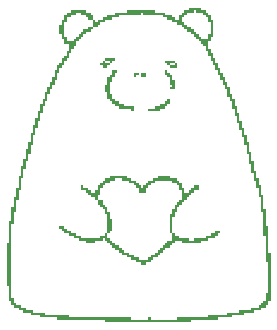
<source format=gbr>
%TF.GenerationSoftware,Altium Limited,Altium Designer,20.1.12 (249)*%
G04 Layer_Color=65535*
%FSLAX26Y26*%
%MOIN*%
%TF.SameCoordinates,A8668A30-75EC-4931-8606-AFBFD81A24F0*%
%TF.FilePolarity,Positive*%
%TF.FileFunction,Legend,Top*%
%TF.Part,Single*%
G01*
G75*
G36*
X1588929Y1921748D02*
X1604929D01*
Y1913748D01*
X1612929D01*
Y1905748D01*
X1620929D01*
Y1897748D01*
Y1889748D01*
X1628929D01*
Y1881748D01*
Y1873748D01*
Y1865748D01*
Y1857748D01*
Y1849748D01*
Y1841748D01*
Y1833748D01*
X1620929D01*
Y1825748D01*
Y1817748D01*
X1612929D01*
Y1809748D01*
Y1801748D01*
Y1793748D01*
X1620929D01*
Y1785748D01*
Y1777748D01*
X1628929D01*
Y1769748D01*
Y1761748D01*
X1636929D01*
Y1753748D01*
Y1745748D01*
X1644929D01*
Y1737748D01*
Y1729748D01*
X1652929D01*
Y1721748D01*
Y1713748D01*
X1660929D01*
Y1705748D01*
Y1697748D01*
X1668929D01*
Y1689748D01*
Y1681748D01*
X1676929D01*
Y1673748D01*
Y1665748D01*
X1684929D01*
Y1657748D01*
Y1649748D01*
Y1641748D01*
X1692929D01*
Y1633748D01*
Y1625748D01*
X1700929D01*
Y1617748D01*
Y1609748D01*
Y1601748D01*
X1708929D01*
Y1593748D01*
Y1585748D01*
Y1577748D01*
X1716929D01*
Y1569748D01*
Y1561748D01*
Y1553748D01*
X1724929D01*
Y1545748D01*
Y1537748D01*
Y1529748D01*
X1732929D01*
Y1521748D01*
Y1513748D01*
Y1505748D01*
X1740929D01*
Y1497748D01*
Y1489748D01*
Y1481748D01*
X1748929D01*
Y1473748D01*
Y1465748D01*
Y1457748D01*
Y1449748D01*
X1756929D01*
Y1441748D01*
Y1433748D01*
Y1425748D01*
Y1417748D01*
X1764929D01*
Y1409748D01*
Y1401748D01*
Y1393748D01*
Y1385748D01*
X1772929D01*
Y1377748D01*
Y1369748D01*
Y1361748D01*
X1780929D01*
Y1353748D01*
Y1345748D01*
Y1337748D01*
X1788929D01*
Y1329748D01*
Y1321748D01*
Y1313748D01*
Y1305748D01*
X1796929D01*
Y1297748D01*
Y1289748D01*
Y1281748D01*
Y1273748D01*
Y1265748D01*
Y1257748D01*
X1804929D01*
Y1249748D01*
Y1241748D01*
Y1233748D01*
Y1225748D01*
Y1217748D01*
Y1209748D01*
Y1201748D01*
X1812929D01*
Y1193748D01*
Y1185748D01*
Y1177748D01*
Y1169748D01*
Y1161748D01*
Y1153748D01*
Y1145748D01*
Y1137748D01*
Y1129748D01*
Y1121748D01*
Y1113748D01*
X1820929D01*
Y1105748D01*
Y1097748D01*
Y1089748D01*
Y1081748D01*
Y1073748D01*
Y1065748D01*
Y1057748D01*
Y1049748D01*
Y1041748D01*
Y1033748D01*
Y1025748D01*
Y1017748D01*
Y1009748D01*
Y1001748D01*
Y993748D01*
Y985748D01*
Y977748D01*
Y969748D01*
Y961748D01*
Y953748D01*
X1812929D01*
Y945748D01*
Y937748D01*
X1804929D01*
Y929748D01*
X1788929D01*
Y921748D01*
X1764929D01*
Y913748D01*
X1732929D01*
Y905748D01*
X1692929D01*
Y897748D01*
X1644929D01*
Y889748D01*
X1556929D01*
Y881748D01*
X1268929D01*
Y889748D01*
X1108929D01*
Y897748D01*
X1052929D01*
Y905748D01*
X1020929D01*
Y913748D01*
X996929D01*
Y921748D01*
X980929D01*
Y929748D01*
X964929D01*
Y937748D01*
X956929D01*
Y945748D01*
Y953748D01*
X948929D01*
Y961748D01*
Y969748D01*
Y977748D01*
Y985748D01*
Y993748D01*
Y1001748D01*
X940929D01*
Y1009748D01*
Y1017748D01*
Y1025748D01*
Y1033748D01*
Y1041748D01*
Y1049748D01*
Y1057748D01*
Y1065748D01*
Y1073748D01*
Y1081748D01*
Y1089748D01*
Y1097748D01*
Y1105748D01*
Y1113748D01*
Y1121748D01*
Y1129748D01*
Y1137748D01*
Y1145748D01*
X948929D01*
Y1153748D01*
Y1161748D01*
Y1169748D01*
Y1177748D01*
Y1185748D01*
Y1193748D01*
Y1201748D01*
Y1209748D01*
Y1217748D01*
X956929D01*
Y1225748D01*
Y1233748D01*
Y1241748D01*
Y1249748D01*
Y1257748D01*
Y1265748D01*
X964929D01*
Y1273748D01*
Y1281748D01*
Y1289748D01*
Y1297748D01*
X972929D01*
Y1305748D01*
Y1313748D01*
Y1321748D01*
Y1329748D01*
X980929D01*
Y1337748D01*
Y1345748D01*
Y1353748D01*
Y1361748D01*
Y1369748D01*
X988929D01*
Y1377748D01*
Y1385748D01*
Y1393748D01*
Y1401748D01*
X996929D01*
Y1409748D01*
Y1417748D01*
Y1425748D01*
X1004929D01*
Y1433748D01*
Y1441748D01*
Y1449748D01*
Y1457748D01*
X1012929D01*
Y1465748D01*
Y1473748D01*
Y1481748D01*
X1020929D01*
Y1489748D01*
Y1497748D01*
Y1505748D01*
Y1513748D01*
X1028929D01*
Y1521748D01*
Y1529748D01*
Y1537748D01*
X1036929D01*
Y1545748D01*
Y1553748D01*
Y1561748D01*
X1044929D01*
Y1569748D01*
Y1577748D01*
Y1585748D01*
X1052929D01*
Y1593748D01*
Y1601748D01*
Y1609748D01*
X1060929D01*
Y1617748D01*
Y1625748D01*
X1068929D01*
Y1633748D01*
Y1641748D01*
Y1649748D01*
X1076929D01*
Y1657748D01*
Y1665748D01*
X1084929D01*
Y1673748D01*
Y1681748D01*
X1092929D01*
Y1689748D01*
Y1697748D01*
X1100929D01*
Y1705748D01*
Y1713748D01*
Y1721748D01*
X1108929D01*
Y1729748D01*
Y1737748D01*
X1116929D01*
Y1745748D01*
X1124929D01*
Y1753748D01*
Y1761748D01*
X1132929D01*
Y1769748D01*
X1140929D01*
Y1777748D01*
Y1785748D01*
X1148929D01*
Y1793748D01*
Y1801748D01*
Y1809748D01*
X1132929D01*
Y1817748D01*
Y1825748D01*
X1124929D01*
Y1833748D01*
Y1841748D01*
X1116929D01*
Y1849748D01*
Y1857748D01*
Y1865748D01*
Y1873748D01*
X1124929D01*
Y1881748D01*
Y1889748D01*
X1132929D01*
Y1897748D01*
Y1905748D01*
X1140929D01*
Y1913748D01*
X1156929D01*
Y1921748D01*
X1204929D01*
Y1913748D01*
X1220929D01*
Y1905748D01*
X1228929D01*
Y1897748D01*
Y1889748D01*
X1236929D01*
Y1881748D01*
X1244929D01*
Y1889748D01*
X1260929D01*
Y1897748D01*
X1276929D01*
Y1905748D01*
X1300929D01*
Y1913748D01*
X1340929D01*
Y1921748D01*
X1436929D01*
Y1913748D01*
X1468929D01*
Y1905748D01*
X1492929D01*
Y1897748D01*
X1500929D01*
Y1889748D01*
X1516929D01*
Y1897748D01*
Y1905748D01*
X1524929D01*
Y1913748D01*
X1532929D01*
Y1921748D01*
X1548929D01*
Y1929748D01*
X1588929D01*
Y1921748D01*
D02*
G37*
%LPC*%
G36*
X1396929Y1913748D02*
X1388929D01*
Y1905748D01*
X1316929D01*
Y1897748D01*
X1292929D01*
Y1889748D01*
X1268929D01*
Y1881748D01*
X1252929D01*
Y1873748D01*
X1244929D01*
Y1865748D01*
X1228929D01*
Y1873748D01*
Y1881748D01*
Y1889748D01*
X1212929D01*
Y1897748D01*
X1204929D01*
Y1905748D01*
X1188929D01*
Y1913748D01*
X1172929D01*
Y1905748D01*
X1156929D01*
Y1897748D01*
X1140929D01*
Y1889748D01*
Y1881748D01*
X1132929D01*
Y1873748D01*
Y1865748D01*
Y1857748D01*
Y1849748D01*
Y1841748D01*
Y1833748D01*
X1140929D01*
Y1825748D01*
Y1817748D01*
X1164929D01*
Y1825748D01*
X1172929D01*
Y1833748D01*
X1180929D01*
Y1841748D01*
X1188929D01*
Y1849748D01*
X1196929D01*
Y1857748D01*
X1212929D01*
Y1865748D01*
X1228929D01*
Y1857748D01*
X1220929D01*
Y1849748D01*
X1204929D01*
Y1841748D01*
X1196929D01*
Y1833748D01*
X1188929D01*
Y1825748D01*
X1180929D01*
Y1817748D01*
X1172929D01*
Y1809748D01*
Y1801748D01*
X1164929D01*
Y1793748D01*
X1156929D01*
Y1785748D01*
Y1777748D01*
X1148929D01*
Y1769748D01*
Y1761748D01*
X1140929D01*
Y1753748D01*
X1132929D01*
Y1745748D01*
Y1737748D01*
X1124929D01*
Y1729748D01*
X1116929D01*
Y1721748D01*
Y1713748D01*
X1108929D01*
Y1705748D01*
Y1697748D01*
Y1689748D01*
X1100929D01*
Y1681748D01*
Y1673748D01*
X1092929D01*
Y1665748D01*
Y1657748D01*
X1084929D01*
Y1649748D01*
Y1641748D01*
X1076929D01*
Y1633748D01*
Y1625748D01*
Y1617748D01*
X1068929D01*
Y1609748D01*
Y1601748D01*
X1060929D01*
Y1593748D01*
Y1585748D01*
Y1577748D01*
X1052929D01*
Y1569748D01*
Y1561748D01*
Y1553748D01*
X1044929D01*
Y1545748D01*
Y1537748D01*
Y1529748D01*
X1036929D01*
Y1521748D01*
Y1513748D01*
Y1505748D01*
X1028929D01*
Y1497748D01*
Y1489748D01*
Y1481748D01*
Y1473748D01*
X1020929D01*
Y1465748D01*
Y1457748D01*
Y1449748D01*
Y1441748D01*
X1012929D01*
Y1433748D01*
Y1425748D01*
Y1417748D01*
X1004929D01*
Y1409748D01*
Y1401748D01*
Y1393748D01*
X996929D01*
Y1385748D01*
Y1377748D01*
Y1369748D01*
Y1361748D01*
X988929D01*
Y1353748D01*
Y1345748D01*
Y1337748D01*
Y1329748D01*
Y1321748D01*
X980929D01*
Y1313748D01*
Y1305748D01*
Y1297748D01*
Y1289748D01*
X972929D01*
Y1281748D01*
Y1273748D01*
Y1265748D01*
Y1257748D01*
Y1249748D01*
X964929D01*
Y1241748D01*
Y1233748D01*
Y1225748D01*
Y1217748D01*
Y1209748D01*
X956929D01*
Y1201748D01*
Y1193748D01*
Y1185748D01*
Y1177748D01*
Y1169748D01*
Y1161748D01*
Y1153748D01*
Y1145748D01*
Y1137748D01*
Y1129748D01*
Y1121748D01*
Y1113748D01*
Y1105748D01*
Y1097748D01*
Y1089748D01*
Y1081748D01*
Y1073748D01*
Y1065748D01*
Y1057748D01*
Y1049748D01*
Y1041748D01*
Y1033748D01*
Y1025748D01*
Y1017748D01*
Y1009748D01*
Y1001748D01*
Y993748D01*
Y985748D01*
Y977748D01*
Y969748D01*
Y961748D01*
X964929D01*
Y953748D01*
Y945748D01*
X972929D01*
Y937748D01*
X988929D01*
Y929748D01*
X1004929D01*
Y921748D01*
X1028929D01*
Y913748D01*
X1068929D01*
Y905748D01*
X1148929D01*
Y897748D01*
X1356929D01*
Y889748D01*
X1412929D01*
Y897748D01*
X1420929D01*
Y889748D01*
X1508929D01*
Y897748D01*
X1612929D01*
Y905748D01*
X1676929D01*
Y913748D01*
X1716929D01*
Y921748D01*
X1756929D01*
Y929748D01*
X1780929D01*
Y937748D01*
X1788929D01*
Y945748D01*
X1796929D01*
Y953748D01*
X1804929D01*
Y961748D01*
Y969748D01*
Y977748D01*
X1812929D01*
Y985748D01*
Y993748D01*
Y1001748D01*
Y1009748D01*
Y1017748D01*
Y1025748D01*
Y1033748D01*
Y1041748D01*
Y1049748D01*
Y1057748D01*
Y1065748D01*
Y1073748D01*
Y1081748D01*
X1804929D01*
Y1089748D01*
Y1097748D01*
Y1105748D01*
Y1113748D01*
Y1121748D01*
Y1129748D01*
Y1137748D01*
Y1145748D01*
Y1153748D01*
Y1161748D01*
Y1169748D01*
X1796929D01*
Y1177748D01*
Y1185748D01*
Y1193748D01*
Y1201748D01*
Y1209748D01*
Y1217748D01*
Y1225748D01*
Y1233748D01*
Y1241748D01*
Y1249748D01*
X1788929D01*
Y1257748D01*
Y1265748D01*
Y1273748D01*
Y1281748D01*
Y1289748D01*
Y1297748D01*
X1780929D01*
Y1305748D01*
Y1313748D01*
Y1321748D01*
Y1329748D01*
X1772929D01*
Y1337748D01*
Y1345748D01*
Y1353748D01*
X1764929D01*
Y1361748D01*
Y1369748D01*
Y1377748D01*
X1756929D01*
Y1385748D01*
Y1393748D01*
Y1401748D01*
Y1409748D01*
X1748929D01*
Y1417748D01*
Y1425748D01*
Y1433748D01*
Y1441748D01*
X1740929D01*
Y1449748D01*
Y1457748D01*
Y1465748D01*
Y1473748D01*
X1732929D01*
Y1481748D01*
Y1489748D01*
Y1497748D01*
X1724929D01*
Y1505748D01*
Y1513748D01*
Y1521748D01*
X1716929D01*
Y1529748D01*
Y1537748D01*
Y1545748D01*
X1708929D01*
Y1553748D01*
Y1561748D01*
Y1569748D01*
X1700929D01*
Y1577748D01*
Y1585748D01*
Y1593748D01*
X1692929D01*
Y1601748D01*
Y1609748D01*
Y1617748D01*
X1684929D01*
Y1625748D01*
Y1633748D01*
X1676929D01*
Y1641748D01*
Y1649748D01*
Y1657748D01*
X1668929D01*
Y1665748D01*
Y1673748D01*
X1660929D01*
Y1681748D01*
Y1689748D01*
X1652929D01*
Y1697748D01*
Y1705748D01*
X1644929D01*
Y1713748D01*
Y1721748D01*
X1636929D01*
Y1729748D01*
Y1737748D01*
X1628929D01*
Y1745748D01*
Y1753748D01*
X1620929D01*
Y1761748D01*
Y1769748D01*
X1612929D01*
Y1777748D01*
Y1785748D01*
X1604929D01*
Y1793748D01*
Y1801748D01*
X1596929D01*
Y1809748D01*
X1588929D01*
Y1817748D01*
X1580929D01*
Y1825748D01*
X1572929D01*
Y1833748D01*
X1564929D01*
Y1841748D01*
X1556929D01*
Y1849748D01*
X1540929D01*
Y1857748D01*
X1532929D01*
Y1865748D01*
X1524929D01*
Y1873748D01*
X1508929D01*
Y1881748D01*
X1492929D01*
Y1889748D01*
X1476929D01*
Y1897748D01*
X1460929D01*
Y1905748D01*
X1396929D01*
Y1913748D01*
D02*
G37*
G36*
X1572929Y1921748D02*
X1564929D01*
Y1913748D01*
X1540929D01*
Y1905748D01*
X1532929D01*
Y1897748D01*
X1524929D01*
Y1889748D01*
Y1881748D01*
X1532929D01*
Y1873748D01*
X1540929D01*
Y1865748D01*
X1556929D01*
Y1857748D01*
X1564929D01*
Y1849748D01*
X1572929D01*
Y1841748D01*
X1580929D01*
Y1833748D01*
X1588929D01*
Y1825748D01*
X1612929D01*
Y1833748D01*
Y1841748D01*
X1620929D01*
Y1849748D01*
Y1857748D01*
Y1865748D01*
Y1873748D01*
Y1881748D01*
X1612929D01*
Y1889748D01*
Y1897748D01*
X1604929D01*
Y1905748D01*
X1596929D01*
Y1913748D01*
X1572929D01*
Y1921748D01*
D02*
G37*
%LPD*%
G36*
X1300929Y1753748D02*
X1292929D01*
Y1745748D01*
X1284929D01*
Y1753748D01*
X1268929D01*
Y1761748D01*
X1300929D01*
Y1753748D01*
D02*
G37*
G36*
X1500929Y1745748D02*
X1508929D01*
Y1737748D01*
Y1729748D01*
X1484929D01*
Y1737748D01*
X1476929D01*
Y1745748D01*
X1468929D01*
Y1753748D01*
X1500929D01*
Y1745748D01*
D02*
G37*
G36*
X1268929D02*
X1284929D01*
Y1737748D01*
X1276929D01*
Y1729748D01*
X1260929D01*
Y1737748D01*
X1252929D01*
Y1745748D01*
X1260929D01*
Y1753748D01*
X1268929D01*
Y1745748D01*
D02*
G37*
G36*
X1404929Y1705748D02*
Y1697748D01*
X1388929D01*
Y1705748D01*
Y1713748D01*
X1404929D01*
Y1705748D01*
D02*
G37*
G36*
X1380929D02*
X1372929D01*
Y1697748D01*
X1364929D01*
Y1705748D01*
Y1713748D01*
X1380929D01*
Y1705748D01*
D02*
G37*
G36*
X1476929Y1713748D02*
X1484929D01*
Y1705748D01*
X1492929D01*
Y1697748D01*
Y1689748D01*
X1500929D01*
Y1681748D01*
Y1673748D01*
Y1665748D01*
Y1657748D01*
X1484929D01*
Y1665748D01*
X1492929D01*
Y1673748D01*
X1484929D01*
Y1681748D01*
Y1689748D01*
Y1697748D01*
X1476929D01*
Y1705748D01*
X1468929D01*
Y1713748D01*
Y1721748D01*
X1476929D01*
Y1713748D01*
D02*
G37*
G36*
X1484929Y1617748D02*
Y1609748D01*
X1476929D01*
Y1601748D01*
X1468929D01*
Y1593748D01*
X1452929D01*
Y1585748D01*
X1412929D01*
Y1593748D01*
X1436929D01*
Y1601748D01*
X1452929D01*
Y1609748D01*
X1468929D01*
Y1617748D01*
X1476929D01*
Y1625748D01*
X1484929D01*
Y1617748D01*
D02*
G37*
G36*
X1308929Y1713748D02*
X1300929D01*
Y1705748D01*
Y1697748D01*
X1292929D01*
Y1689748D01*
Y1681748D01*
X1284929D01*
Y1673748D01*
Y1665748D01*
Y1657748D01*
Y1649748D01*
Y1641748D01*
X1292929D01*
Y1633748D01*
Y1625748D01*
X1300929D01*
Y1617748D01*
X1316929D01*
Y1609748D01*
X1332929D01*
Y1601748D01*
X1364929D01*
Y1593748D01*
Y1585748D01*
X1356929D01*
Y1593748D01*
X1316929D01*
Y1601748D01*
X1300929D01*
Y1609748D01*
X1292929D01*
Y1617748D01*
X1284929D01*
Y1625748D01*
X1276929D01*
Y1633748D01*
Y1641748D01*
Y1649748D01*
X1268929D01*
Y1657748D01*
Y1665748D01*
Y1673748D01*
X1276929D01*
Y1681748D01*
Y1689748D01*
Y1697748D01*
X1284929D01*
Y1705748D01*
X1292929D01*
Y1713748D01*
Y1721748D01*
X1308929D01*
Y1713748D01*
D02*
G37*
G36*
X1484929Y1361748D02*
X1508929D01*
Y1353748D01*
X1516929D01*
Y1345748D01*
X1524929D01*
Y1337748D01*
Y1329748D01*
X1532929D01*
Y1321748D01*
Y1313748D01*
X1548929D01*
Y1321748D01*
X1556929D01*
Y1329748D01*
X1564929D01*
Y1337748D01*
X1580929D01*
Y1329748D01*
Y1321748D01*
X1564929D01*
Y1313748D01*
X1556929D01*
Y1305748D01*
X1548929D01*
Y1297748D01*
X1540929D01*
Y1289748D01*
X1532929D01*
Y1281748D01*
X1524929D01*
Y1273748D01*
X1516929D01*
Y1265748D01*
X1508929D01*
Y1257748D01*
Y1249748D01*
X1500929D01*
Y1241748D01*
Y1233748D01*
X1492929D01*
Y1225748D01*
Y1217748D01*
Y1209748D01*
Y1201748D01*
Y1193748D01*
Y1185748D01*
Y1177748D01*
X1500929D01*
Y1169748D01*
X1516929D01*
Y1161748D01*
X1548929D01*
Y1153748D01*
X1564929D01*
Y1161748D01*
X1604929D01*
Y1169748D01*
X1620929D01*
Y1177748D01*
X1636929D01*
Y1185748D01*
X1652929D01*
Y1177748D01*
X1644929D01*
Y1169748D01*
X1636929D01*
Y1161748D01*
X1612929D01*
Y1153748D01*
X1588929D01*
Y1145748D01*
X1524929D01*
Y1153748D01*
X1500929D01*
Y1145748D01*
X1492929D01*
Y1137748D01*
X1484929D01*
Y1129748D01*
X1468929D01*
Y1121748D01*
X1460929D01*
Y1113748D01*
X1452929D01*
Y1105748D01*
X1444929D01*
Y1097748D01*
X1428929D01*
Y1089748D01*
X1420929D01*
Y1081748D01*
X1404929D01*
Y1073748D01*
X1388929D01*
Y1081748D01*
X1372929D01*
Y1089748D01*
X1356929D01*
Y1097748D01*
X1340929D01*
Y1105748D01*
X1324929D01*
Y1113748D01*
X1316929D01*
Y1121748D01*
X1300929D01*
Y1129748D01*
X1292929D01*
Y1137748D01*
X1284929D01*
Y1145748D01*
X1276929D01*
Y1153748D01*
X1268929D01*
Y1161748D01*
X1260929D01*
Y1153748D01*
X1236929D01*
Y1145748D01*
X1204929D01*
Y1153748D01*
X1180929D01*
Y1161748D01*
X1164929D01*
Y1169748D01*
X1148929D01*
Y1177748D01*
X1132929D01*
Y1185748D01*
X1124929D01*
Y1193748D01*
X1116929D01*
Y1201748D01*
X1132929D01*
Y1193748D01*
X1140929D01*
Y1185748D01*
X1156929D01*
Y1177748D01*
X1172929D01*
Y1169748D01*
X1188929D01*
Y1161748D01*
X1252929D01*
Y1169748D01*
X1268929D01*
Y1177748D01*
X1276929D01*
Y1169748D01*
Y1161748D01*
X1284929D01*
Y1153748D01*
X1292929D01*
Y1145748D01*
X1300929D01*
Y1137748D01*
X1316929D01*
Y1129748D01*
X1324929D01*
Y1121748D01*
X1332929D01*
Y1113748D01*
X1348929D01*
Y1105748D01*
X1364929D01*
Y1097748D01*
X1380929D01*
Y1089748D01*
X1412929D01*
Y1097748D01*
X1420929D01*
Y1105748D01*
X1436929D01*
Y1113748D01*
X1444929D01*
Y1121748D01*
X1452929D01*
Y1129748D01*
X1460929D01*
Y1137748D01*
X1468929D01*
Y1145748D01*
X1476929D01*
Y1153748D01*
X1492929D01*
Y1161748D01*
Y1169748D01*
Y1177748D01*
X1484929D01*
Y1185748D01*
Y1193748D01*
Y1201748D01*
Y1209748D01*
Y1217748D01*
Y1225748D01*
Y1233748D01*
Y1241748D01*
X1492929D01*
Y1249748D01*
Y1257748D01*
X1500929D01*
Y1265748D01*
Y1273748D01*
X1508929D01*
Y1281748D01*
X1516929D01*
Y1289748D01*
X1524929D01*
Y1297748D01*
Y1305748D01*
Y1313748D01*
Y1321748D01*
X1516929D01*
Y1329748D01*
Y1337748D01*
X1508929D01*
Y1345748D01*
X1492929D01*
Y1353748D01*
X1436929D01*
Y1345748D01*
X1420929D01*
Y1337748D01*
X1412929D01*
Y1329748D01*
X1404929D01*
Y1321748D01*
Y1313748D01*
X1380929D01*
Y1321748D01*
Y1329748D01*
X1372929D01*
Y1337748D01*
X1364929D01*
Y1345748D01*
X1348929D01*
Y1353748D01*
X1324929D01*
Y1361748D01*
X1300929D01*
Y1353748D01*
X1284929D01*
Y1345748D01*
X1268929D01*
Y1337748D01*
X1260929D01*
Y1329748D01*
X1252929D01*
Y1321748D01*
Y1313748D01*
Y1305748D01*
X1244929D01*
Y1297748D01*
Y1289748D01*
X1260929D01*
Y1281748D01*
Y1273748D01*
X1268929D01*
Y1265748D01*
X1276929D01*
Y1257748D01*
Y1249748D01*
X1284929D01*
Y1241748D01*
Y1233748D01*
Y1225748D01*
X1292929D01*
Y1217748D01*
Y1209748D01*
Y1201748D01*
Y1193748D01*
Y1185748D01*
X1284929D01*
Y1177748D01*
X1276929D01*
Y1185748D01*
Y1193748D01*
Y1201748D01*
Y1209748D01*
Y1217748D01*
Y1225748D01*
Y1233748D01*
Y1241748D01*
X1268929D01*
Y1249748D01*
Y1257748D01*
X1260929D01*
Y1265748D01*
X1252929D01*
Y1273748D01*
X1244929D01*
Y1281748D01*
Y1289748D01*
X1236929D01*
Y1297748D01*
X1220929D01*
Y1305748D01*
X1212929D01*
Y1313748D01*
X1204929D01*
Y1321748D01*
X1188929D01*
Y1329748D01*
Y1337748D01*
X1196929D01*
Y1329748D01*
X1212929D01*
Y1321748D01*
X1220929D01*
Y1313748D01*
X1236929D01*
Y1321748D01*
X1244929D01*
Y1329748D01*
Y1337748D01*
X1252929D01*
Y1345748D01*
X1260929D01*
Y1353748D01*
X1268929D01*
Y1361748D01*
X1284929D01*
Y1369748D01*
X1340929D01*
Y1361748D01*
X1356929D01*
Y1353748D01*
X1372929D01*
Y1345748D01*
X1380929D01*
Y1337748D01*
X1388929D01*
Y1329748D01*
X1396929D01*
Y1337748D01*
X1404929D01*
Y1345748D01*
X1412929D01*
Y1353748D01*
X1428929D01*
Y1361748D01*
X1444929D01*
Y1369748D01*
X1484929D01*
Y1361748D01*
D02*
G37*
%LPC*%
G36*
X1500929Y1745748D02*
X1484929D01*
Y1737748D01*
X1500929D01*
Y1745748D01*
D02*
G37*
%LPD*%
%TF.MD5,e77c4612b24974b54dee7e621a35f65a*%
M02*

</source>
